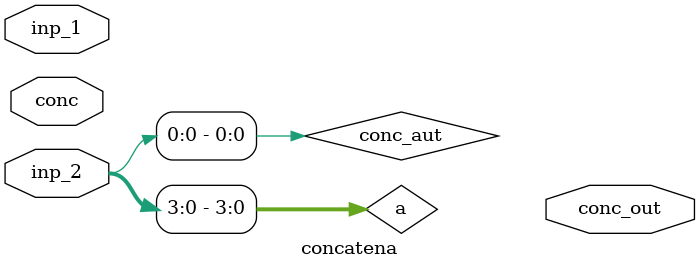
<source format=v>
module concatena(
    input wire conc,
    input wire [27:0] inp_1,
    input wire [31:0] inp_2,
    output wire [31:0] conc_out
);

    wire [3:0] a;
    assign a = inp_2[3:0];
    assign conc_aut = {inp_1, a};
endmodule

</source>
